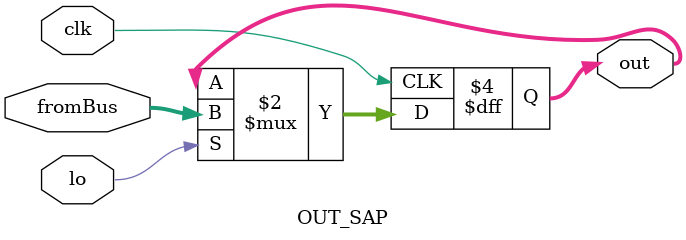
<source format=v>
module OUT_SAP
	(
		input clk, lo,
		input [7 : 0] fromBus,
		output reg [7 : 0] out
	);

	always @ (posedge clk)
		if(lo) out <= fromBus;
endmodule

</source>
